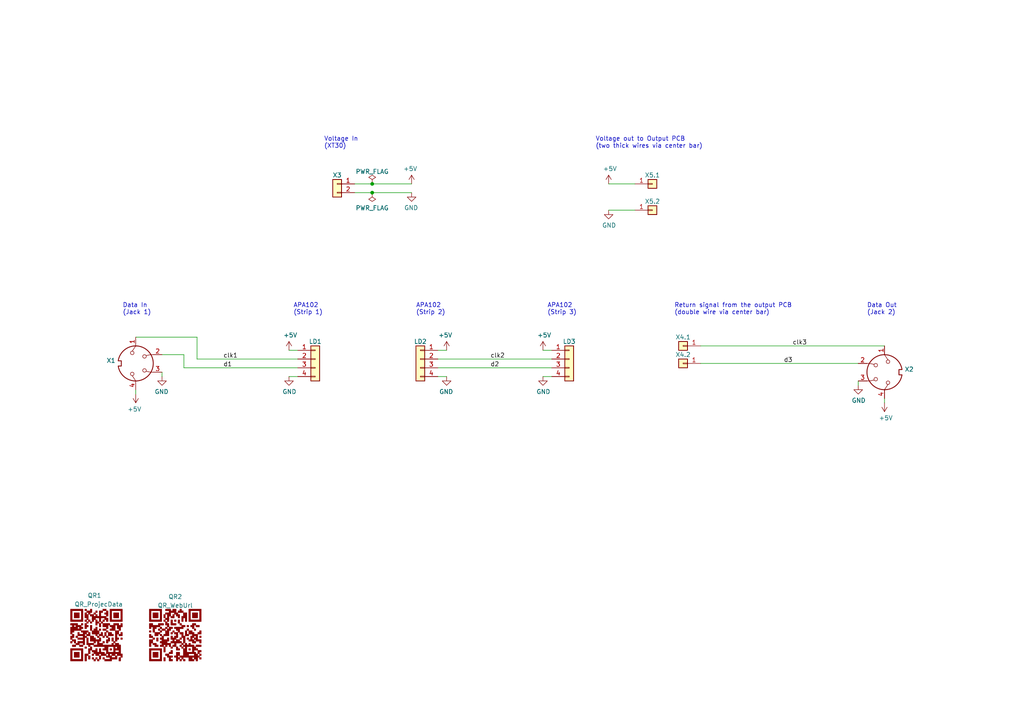
<source format=kicad_sch>
(kicad_sch (version 20211123) (generator eeschema)
  (paper "A4")
  (title_block (title "LightPipe Input/Output PCB") (date "2023-04-07") (rev "v0.1.0") (company "HansAchterbahn"))
  (lib_symbols
    (symbol "Connector:DIN-4" (pin_names (offset 1.016))
      (property "Reference" "J" (at 5.334 5.08 0))
      (property "Value" "DIN-4" (at 0 -6.35 0))
      (symbol "DIN-4_1_1"
        (pin passive line (at -7.62 0 0) (length 2.54) (name "~") (number "1"))
        (pin passive line (at -2.54 7.62 270) (length 2.54) (name "~") (number "2"))
        (pin passive line (at 2.54 7.62 270) (length 2.54) (name "~") (number "3"))
        (pin passive line (at 7.62 0 180) (length 2.54) (name "~") (number "4"))
      )
    )
    (symbol "Connector_Generic:Conn_01x01" (pin_names (offset 1.016) hide)
      (property "Reference" "J" (at 0 2.54 0))
      (property "Value" "Conn_01x01" (at 0 -2.54 0))
      (symbol "Conn_01x01_1_1"
        (pin passive line (at -5.08 0 0) (length 3.81) (name "Pin_1") (number "1"))
      )
    )
    (symbol "Connector_Generic:Conn_01x02" (pin_names (offset 1.016) hide)
      (property "Reference" "J" (at 0 2.54 0))
      (property "Value" "Conn_01x02" (at 0 -5.08 0))
      (symbol "Conn_01x02_1_1"
        (pin passive line (at -5.08 0 0) (length 3.81) (name "Pin_1") (number "1"))
        (pin passive line (at -5.08 -2.54 0) (length 3.81) (name "Pin_2") (number "2"))
      )
    )
    (symbol "Connector_Generic:Conn_01x04" (pin_names (offset 1.016) hide)
      (property "Reference" "J" (at 0 5.08 0))
      (property "Value" "Conn_01x04" (at 0 -7.62 0))
      (symbol "Conn_01x04_1_1"
        (pin passive line (at -5.08 2.54 0) (length 3.81) (name "Pin_1") (number "1"))
        (pin passive line (at -5.08 0 0) (length 3.81) (name "Pin_2") (number "2"))
        (pin passive line (at -5.08 -2.54 0) (length 3.81) (name "Pin_3") (number "3"))
        (pin passive line (at -5.08 -5.08 0) (length 3.81) (name "Pin_4") (number "4"))
      )
    )
    (symbol "QR_Lib:QR_ProjecData" (pin_numbers hide) (pin_names hide) (in_bom no)
      (property "Reference" "#QR" (at 0 8.75 0))
      (property "Value" "QR_ProjecData" (at 0 -8.75 0))
    )
    (symbol "QR_Lib:QR_WebUrl" (pin_numbers hide) (pin_names hide) (in_bom no)
      (property "Reference" "#QR" (at 0 8.75 0))
      (property "Value" "QR_WebUrl" (at 0 -8.75 0))
    )
    (symbol "power:+5V" (power) (pin_names (offset 0))
      (property "Value" "+5V" (at 0 3.556 0))
      (symbol "+5V_1_1"
        (pin power_in line (at 0 0 90) (length 0) hide (name "+5V") (number "1"))
      )
    )
    (symbol "power:GND" (power) (pin_names (offset 0))
      (property "Value" "GND" (at 0 -3.81 0))
      (symbol "GND_1_1"
        (pin power_in line (at 0 0 270) (length 0) hide (name "GND") (number "1"))
      )
    )
    (symbol "power:PWR_FLAG" (power) (pin_numbers hide) (pin_names (offset 0) hide)
      (property "Value" "PWR_FLAG" (at 0 3.81 0))
      (symbol "PWR_FLAG_0_0"
        (pin power_out line (at 0 0 90) (length 0) (name "pwr") (number "1"))
      )
    )
  )
  (junction (at 107.95 55.88))
  (junction (at 107.95 53.34))
  (wire (pts (xy 119.38 55.88) (xy 107.95 55.88)))
  (wire (pts (xy 83.82 101.6) (xy 86.36 101.6)))
  (wire (pts (xy 46.99 102.87) (xy 53.34 102.87)))
  (wire (pts (xy 57.15 104.14) (xy 57.15 97.79)))
  (wire (pts (xy 39.37 114.3) (xy 39.37 113.03)))
  (wire (pts (xy 256.54 116.84) (xy 256.54 115.57)))
  (wire (pts (xy 102.87 55.88) (xy 107.95 55.88)))
  (wire (pts (xy 102.87 53.34) (xy 107.95 53.34)))
  (wire (pts (xy 203.2 100.33) (xy 256.54 100.33)))
  (wire (pts (xy 248.92 105.41) (xy 203.2 105.41)))
  (wire (pts (xy 86.36 106.68) (xy 53.34 106.68)))
  (wire (pts (xy 53.34 102.87) (xy 53.34 106.68)))
  (wire (pts (xy 46.99 109.22) (xy 46.99 107.95)))
  (wire (pts (xy 248.92 111.76) (xy 248.92 110.49)))
  (wire (pts (xy 86.36 104.14) (xy 57.15 104.14)))
  (wire (pts (xy 176.53 60.96) (xy 184.15 60.96)))
  (wire (pts (xy 119.38 53.34) (xy 107.95 53.34)))
  (wire (pts (xy 160.02 109.22) (xy 157.48 109.22)))
  (wire (pts (xy 157.48 101.6) (xy 160.02 101.6)))
  (wire (pts (xy 160.02 106.68) (xy 127 106.68)))
  (wire (pts (xy 129.54 101.6) (xy 127 101.6)))
  (wire (pts (xy 160.02 104.14) (xy 127 104.14)))
  (wire (pts (xy 127 109.22) (xy 129.54 109.22)))
  (wire (pts (xy 86.36 109.22) (xy 83.82 109.22)))
  (wire (pts (xy 176.53 53.34) (xy 184.15 53.34)))
  (wire (pts (xy 39.37 97.79) (xy 57.15 97.79)))
  (text "Data Out\n(Jack 2)" (at 251.46 91.44 0) (effects (font (size 1.27 1.27)) (justify left bottom)))
  (text "APA102\n(Strip 1)" (at 85.09 91.44 0) (effects (font (size 1.27 1.27)) (justify left bottom)))
  (text "APA102\n(Strip 3)" (at 158.75 91.44 0) (effects (font (size 1.27 1.27)) (justify left bottom)))
  (text "Return signal from the output PCB\n(double wire via center bar)" (at 195.58 91.44 0) (effects (font (size 1.27 1.27)) (justify left bottom)))
  (text "Data In\n(Jack 1)" (at 35.56 91.44 0) (effects (font (size 1.27 1.27)) (justify left bottom)))
  (text "APA102\n(Strip 2)" (at 120.65 91.44 0) (effects (font (size 1.27 1.27)) (justify left bottom)))
  (text "Voltage out to Output PCB\n(two thick wires via center bar)" (at 172.72 43.18 0) (effects (font (size 1.27 1.27)) (justify left bottom)))
  (text "Voltage In\n(XT30)" (at 93.98 43.18 0) (effects (font (size 1.27 1.27)) (justify left bottom)))
  (label "clk1" (at 64.77 104.14 0))
  (label "d3" (at 227.33 105.41 0))
  (label "d2" (at 142.24 106.68 0))
  (label "clk2" (at 142.24 104.14 0))
  (label "clk3" (at 229.87 100.33 0))
  (label "d1" (at 64.77 106.68 0))
  (symbol (lib_id "power:+5V") (at 176.53 53.34 0) (unit 1)
    (property "Reference" "#PWR0101" (effects hide))
    (property "Value" "+5V" (at 176.911 48.9458 0))
  )
  (symbol (lib_id "power:+5V") (at 157.48 101.6 0) (unit 1)
    (property "Reference" "#PWR0102" (effects hide))
    (property "Value" "+5V" (at 157.861 97.2058 0))
  )
  (symbol (lib_id "power:+5V") (at 129.54 101.6 0) (mirror y) (unit 1)
    (property "Reference" "#PWR0103" (effects hide))
    (property "Value" "+5V" (at 129.159 97.2058 0))
  )
  (symbol (lib_id "power:+5V") (at 83.82 101.6 0) (unit 1)
    (property "Reference" "#PWR0104" (effects hide))
    (property "Value" "+5V" (at 84.201 97.2058 0))
  )
  (symbol (lib_id "power:GND") (at 248.92 111.76 0) (unit 1)
    (property "Reference" "#PWR0105" (effects hide))
    (property "Value" "GND" (at 249.047 116.1542 0))
  )
  (symbol (lib_id "power:GND") (at 129.54 109.22 0) (mirror y) (unit 1)
    (property "Reference" "#PWR0106" (effects hide))
    (property "Value" "GND" (at 129.413 113.6142 0))
  )
  (symbol (lib_id "power:GND") (at 83.82 109.22 0) (unit 1)
    (property "Reference" "#PWR0107" (effects hide))
    (property "Value" "GND" (at 83.947 113.6142 0))
  )
  (symbol (lib_id "power:GND") (at 176.53 60.96 0) (unit 1)
    (property "Reference" "#PWR0108" (effects hide))
    (property "Value" "GND" (at 176.657 65.3542 0))
  )
  (symbol (lib_id "Connector_Generic:Conn_01x02") (at 97.79 53.34 0) (mirror y) (unit 1)
    (property "Reference" "X3" (at 97.79 50.8 0))
    (property "Value" "XT30" (effects hide))
    (property "Footprint" "h8-Connectors:XT30" (effects hide))
  )
  (symbol (lib_id "Connector_Generic:Conn_01x01") (at 189.23 60.96 0) (mirror x) (unit 1)
    (property "Reference" "X5.2" (at 189.23 58.42 0))
    (property "Value" "Cable-1.5mm" (effects hide))
    (property "Footprint" "h8-Connectors:Solder-Pad-THT-1.5mm" (effects hide))
  )
  (symbol (lib_id "Connector_Generic:Conn_01x01") (at 189.23 53.34 0) (mirror x) (unit 1)
    (property "Reference" "X5.1" (at 189.23 50.8 0))
    (property "Value" "Cable-1.5mm" (effects hide))
    (property "Footprint" "h8-Connectors:Solder-Pad-THT-1.5mm" (effects hide))
  )
  (symbol (lib_id "Connector_Generic:Conn_01x04") (at 91.44 104.14 0) (unit 1)
    (property "Reference" "LD1" (at 91.44 99.06 0))
    (property "Value" "APA102" (effects hide))
    (property "Footprint" "h8-Connectors:APA102-Strip-Output" (effects hide))
  )
  (symbol (lib_id "Connector_Generic:Conn_01x04") (at 121.92 104.14 0) (mirror y) (unit 1)
    (property "Reference" "LD2" (at 121.92 99.06 0))
    (property "Value" "APA102" (effects hide))
    (property "Footprint" "h8-Connectors:APA102-Strip-Input" (effects hide))
  )
  (symbol (lib_id "Connector_Generic:Conn_01x04") (at 165.1 104.14 0) (unit 1)
    (property "Reference" "LD3" (at 165.1 99.06 0))
    (property "Value" "APA102" (effects hide))
    (property "Footprint" "h8-Connectors:APA102-Strip-Output" (effects hide))
  )
  (symbol (lib_id "power:GND") (at 157.48 109.22 0) (unit 1)
    (property "Reference" "#PWR03" (effects hide))
    (property "Value" "GND" (at 157.607 113.6142 0))
  )
  (symbol (lib_id "power:GND") (at 119.38 55.88 0) (mirror y) (unit 1)
    (property "Reference" "#PWR02" (effects hide))
    (property "Value" "GND" (at 119.253 60.2742 0))
  )
  (symbol (lib_id "power:+5V") (at 119.38 53.34 0) (mirror y) (unit 1)
    (property "Reference" "#PWR01" (effects hide))
    (property "Value" "+5V" (at 118.999 48.9458 0))
  )
  (symbol (lib_id "power:PWR_FLAG") (at 107.95 55.88 180) (unit 1)
    (property "Reference" "#FLG0101" (effects hide))
    (property "Value" "PWR_FLAG" (at 107.95 60.3234 0))
  )
  (symbol (lib_id "Connector_Generic:Conn_01x01") (at 198.12 105.41 0) (mirror y) (unit 1)
    (property "Reference" "X4.2" (at 198.12 102.87 0))
    (property "Value" "Cable-0.7mm" (effects hide))
    (property "Footprint" "h8-Connectors:Solder-Pad-THT-0.7mm" (effects hide))
  )
  (symbol (lib_id "Connector:DIN-4") (at 256.54 107.95 90) (mirror x) (unit 1)
    (property "Reference" "X2" (at 262.382 107.1154 90) (effects (justify right)))
    (property "Value" "KLB-4" (effects hide))
    (property "Footprint" "h8-Connectors:Lumberg-KLB-4-Klinkensteckverbinder-3_5-180deg-turnable" (effects hide))
  )
  (symbol (lib_id "power:+5V") (at 256.54 116.84 0) (mirror x) (unit 1)
    (property "Reference" "#PWR0109" (effects hide))
    (property "Value" "+5V" (at 256.921 121.2342 0))
  )
  (symbol (lib_id "power:GND") (at 46.99 109.22 0) (mirror y) (unit 1)
    (property "Reference" "#PWR?" (effects hide))
    (property "Value" "GND" (at 46.863 113.6142 0))
  )
  (symbol (lib_id "power:PWR_FLAG") (at 107.95 53.34 0) (unit 1)
    (property "Reference" "#FLG0102" (effects hide))
    (property "Value" "PWR_FLAG" (at 107.95 49.7642 0))
  )
  (symbol (lib_id "QR_Lib:QR_ProjecData") (at 27.94 184.15 0) (unit 1) (in_bom no)
    (property "Reference" "QR1" (at 25.4 172.72 0) (effects (justify left)))
    (property "Value" "QR_ProjecData" (at 21.59 175.26 0) (effects (justify left)))
    (property "Footprint" "QR:QR_ProjecData" (effects hide))
    (property "qr_version" "3" (effects hide))
    (property "qr_size" "29" (effects hide))
    (property "qr_ecc" "0,1" (effects hide))
    (property "qr_mask" "3" (effects hide))
    (property "qr_text" "LightPipe Input_Output PCB v0.1.0 by HansAchterbahn" (effects hide))
  )
  (symbol (lib_id "Connector:DIN-4") (at 39.37 105.41 270) (unit 1)
    (property "Reference" "X1" (at 33.528 104.5754 90) (effects (justify right)))
    (property "Value" "KLB-4" (effects hide))
    (property "Footprint" "h8-Connectors:Lumberg-KLB-4-Klinkensteckverbinder-3_5-180deg-turnable" (effects hide))
  )
  (symbol (lib_id "QR_Lib:QR_WebUrl") (at 50.8 184.15 0) (unit 1) (in_bom no)
    (property "Reference" "QR2" (at 50.84 173.0767 0))
    (property "Value" "QR_WebUrl" (at 50.84 175.6136 0))
    (property "Footprint" "QR:QR_WebUrl" (effects hide))
    (property "qr_version" "3" (effects hide))
    (property "qr_size" "29" (effects hide))
    (property "qr_ecc" "0,1" (effects hide))
    (property "qr_mask" "5" (effects hide))
    (property "qr_text" "https://github.com/HansAchterbahn/LightPipe" (effects hide))
  )
  (symbol (lib_id "power:+5V") (at 39.37 114.3 180) (unit 1)
    (property "Reference" "#PWR?" (effects hide))
    (property "Value" "+5V" (at 38.989 118.6942 0))
  )
  (symbol (lib_id "Connector_Generic:Conn_01x01") (at 198.12 100.33 0) (mirror y) (unit 1)
    (property "Reference" "X4.1" (at 198.12 97.79 0))
    (property "Value" "Cable-0.7mm" (effects hide))
    (property "Footprint" "h8-Connectors:Solder-Pad-THT-0.7mm" (effects hide))
  )
)
</source>
